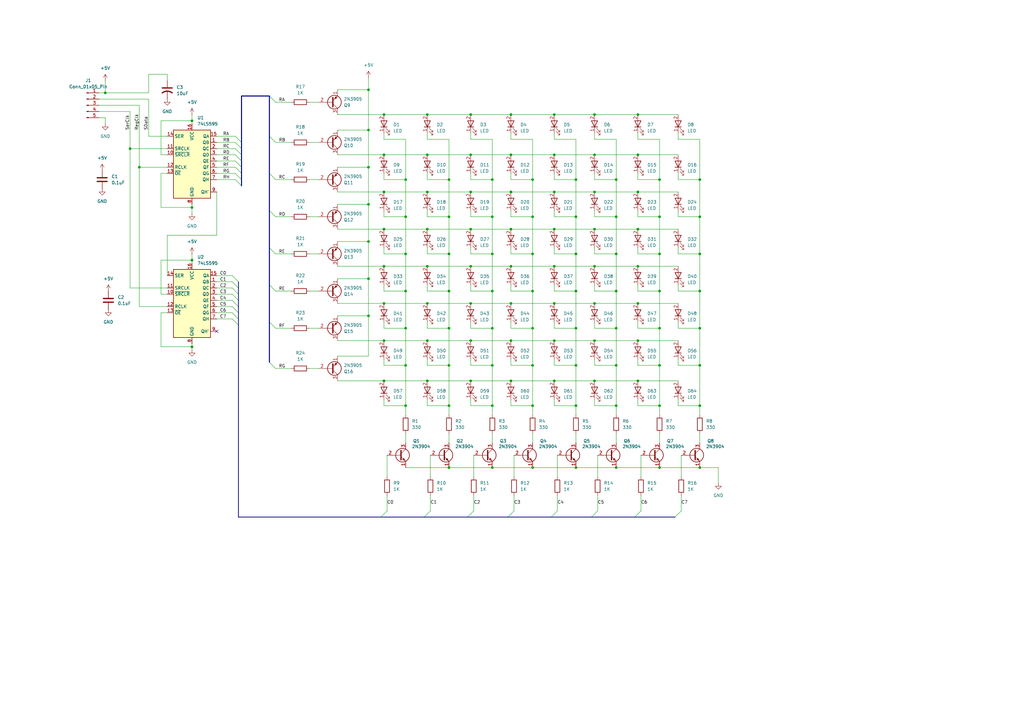
<source format=kicad_sch>
(kicad_sch (version 20250114) (generator "eeschema") (generator_version "9.0")
  (paper "A3")
  (junction (at 236.22 119.38))
  (junction (at 175.26 46.99))
  (junction (at 193.04 46.99))
  (junction (at 236.22 104.14))
  (junction (at 236.22 134.62))
  (junction (at 157.48 78.74))
  (junction (at 175.26 78.74))
  (junction (at 209.55 156.21))
  (junction (at 157.48 93.98))
  (junction (at 175.26 139.7))
  (junction (at 236.22 88.9))
  (junction (at 252.73 191.77))
  (junction (at 151.13 99.06))
  (junction (at 243.84 124.46))
  (junction (at 57.15 68.58))
  (junction (at 201.93 104.14))
  (junction (at 243.84 109.22))
  (junction (at 151.13 36.83))
  (junction (at 261.62 78.74))
  (junction (at 157.48 63.5))
  (junction (at 43.18 38.1))
  (junction (at 270.51 104.14))
  (junction (at 287.02 73.66))
  (junction (at 201.93 119.38))
  (junction (at 287.02 134.62))
  (junction (at 166.37 88.9))
  (junction (at 270.51 149.86))
  (junction (at 193.04 63.5))
  (junction (at 252.73 88.9))
  (junction (at 218.44 104.14))
  (junction (at 261.62 93.98))
  (junction (at 270.51 88.9))
  (junction (at 151.13 114.3))
  (junction (at 151.13 83.82))
  (junction (at 209.55 63.5))
  (junction (at 209.55 93.98))
  (junction (at 184.15 134.62))
  (junction (at 218.44 134.62))
  (junction (at 236.22 166.37))
  (junction (at 157.48 46.99))
  (junction (at 201.93 73.66))
  (junction (at 287.02 119.38))
  (junction (at 218.44 149.86))
  (junction (at 227.33 63.5))
  (junction (at 252.73 104.14))
  (junction (at 227.33 78.74))
  (junction (at 227.33 109.22))
  (junction (at 175.26 124.46))
  (junction (at 209.55 78.74))
  (junction (at 175.26 156.21))
  (junction (at 243.84 46.99))
  (junction (at 184.15 166.37))
  (junction (at 236.22 73.66))
  (junction (at 252.73 166.37))
  (junction (at 157.48 109.22))
  (junction (at 78.74 85.09))
  (junction (at 227.33 93.98))
  (junction (at 261.62 46.99))
  (junction (at 166.37 166.37))
  (junction (at 209.55 109.22))
  (junction (at 287.02 149.86))
  (junction (at 252.73 73.66))
  (junction (at 261.62 63.5))
  (junction (at 287.02 104.14))
  (junction (at 252.73 119.38))
  (junction (at 184.15 149.86))
  (junction (at 157.48 156.21))
  (junction (at 166.37 119.38))
  (junction (at 287.02 166.37))
  (junction (at 166.37 73.66))
  (junction (at 166.37 134.62))
  (junction (at 243.84 156.21))
  (junction (at 243.84 93.98))
  (junction (at 193.04 139.7))
  (junction (at 78.74 49.53))
  (junction (at 261.62 156.21))
  (junction (at 166.37 149.86))
  (junction (at 236.22 191.77))
  (junction (at 261.62 139.7))
  (junction (at 287.02 88.9))
  (junction (at 193.04 93.98))
  (junction (at 151.13 129.54))
  (junction (at 261.62 109.22))
  (junction (at 243.84 78.74))
  (junction (at 53.34 60.96))
  (junction (at 201.93 88.9))
  (junction (at 193.04 109.22))
  (junction (at 218.44 191.77))
  (junction (at 243.84 63.5))
  (junction (at 184.15 88.9))
  (junction (at 252.73 149.86))
  (junction (at 201.93 166.37))
  (junction (at 252.73 134.62))
  (junction (at 270.51 119.38))
  (junction (at 218.44 166.37))
  (junction (at 209.55 124.46))
  (junction (at 287.02 191.77))
  (junction (at 261.62 124.46))
  (junction (at 270.51 73.66))
  (junction (at 184.15 73.66))
  (junction (at 151.13 53.34))
  (junction (at 236.22 149.86))
  (junction (at 227.33 46.99))
  (junction (at 270.51 166.37))
  (junction (at 270.51 134.62))
  (junction (at 184.15 119.38))
  (junction (at 227.33 156.21))
  (junction (at 184.15 104.14))
  (junction (at 193.04 156.21))
  (junction (at 201.93 134.62))
  (junction (at 184.15 191.77))
  (junction (at 157.48 139.7))
  (junction (at 78.74 142.24))
  (junction (at 201.93 191.77))
  (junction (at 78.74 106.68))
  (junction (at 209.55 46.99))
  (junction (at 218.44 88.9))
  (junction (at 270.51 191.77))
  (junction (at 193.04 78.74))
  (junction (at 157.48 124.46))
  (junction (at 243.84 139.7))
  (junction (at 218.44 73.66))
  (junction (at 209.55 139.7))
  (junction (at 201.93 149.86))
  (junction (at 175.26 109.22))
  (junction (at 175.26 63.5))
  (junction (at 151.13 68.58))
  (junction (at 193.04 124.46))
  (junction (at 227.33 124.46))
  (junction (at 166.37 104.14))
  (junction (at 175.26 93.98))
  (junction (at 227.33 139.7))
  (junction (at 218.44 119.38))
  (no_connect (at 88.9 135.89))
  (bus_entry (at 95.25 123.19) (size 2.54 2.54))
  (bus_entry (at 96.52 71.12) (size 2.54 2.54))
  (bus_entry (at 96.52 55.88) (size 2.54 2.54))
  (bus_entry (at 156.21 212.09) (size 2.54 -2.54))
  (bus_entry (at 96.52 58.42) (size 2.54 2.54))
  (bus_entry (at 96.52 66.04) (size 2.54 2.54))
  (bus_entry (at 95.25 113.03) (size 2.54 2.54))
  (bus_entry (at 95.25 125.73) (size 2.54 2.54))
  (bus_entry (at 96.52 73.66) (size 2.54 2.54))
  (bus_entry (at 194.31 209.55) (size -2.54 2.54))
  (bus_entry (at 96.52 63.5) (size 2.54 2.54))
  (bus_entry (at 95.25 128.27) (size 2.54 2.54))
  (bus_entry (at 96.52 68.58) (size 2.54 2.54))
  (bus_entry (at 110.49 86.36) (size 2.54 2.54))
  (bus_entry (at 245.11 209.55) (size -2.54 2.54))
  (bus_entry (at 95.25 118.11) (size 2.54 2.54))
  (bus_entry (at 110.49 148.59) (size 2.54 2.54))
  (bus_entry (at 279.4 209.55) (size -2.54 2.54))
  (bus_entry (at 110.49 55.88) (size 2.54 2.54))
  (bus_entry (at 96.52 60.96) (size 2.54 2.54))
  (bus_entry (at 95.25 120.65) (size 2.54 2.54))
  (bus_entry (at 262.89 209.55) (size -2.54 2.54))
  (bus_entry (at 228.6 209.55) (size -2.54 2.54))
  (bus_entry (at 176.53 209.55) (size -2.54 2.54))
  (bus_entry (at 95.25 130.81) (size 2.54 2.54))
  (bus_entry (at 210.82 209.55) (size -2.54 2.54))
  (bus_entry (at 110.49 116.84) (size 2.54 2.54))
  (bus_entry (at 95.25 115.57) (size 2.54 2.54))
  (bus_entry (at 110.49 101.6) (size 2.54 2.54))
  (bus_entry (at 110.49 71.12) (size 2.54 2.54))
  (bus_entry (at 110.49 132.08) (size 2.54 2.54))
  (bus_entry (at 110.49 39.37) (size 2.54 2.54))
  (wire (pts (xy 243.84 149.86) (xy 252.73 149.86)))
  (wire (pts (xy 166.37 177.8) (xy 166.37 181.61)))
  (wire (pts (xy 193.04 109.22) (xy 209.55 109.22)))
  (wire (pts (xy 88.9 66.04) (xy 96.52 66.04)))
  (wire (pts (xy 157.48 149.86) (xy 166.37 149.86)))
  (wire (pts (xy 151.13 146.05) (xy 138.43 146.05)))
  (bus (pts (xy 208.28 212.09) (xy 191.77 212.09)))
  (wire (pts (xy 193.04 139.7) (xy 209.55 139.7)))
  (bus (pts (xy 110.49 116.84) (xy 110.49 101.6)) (stroke (width 0.4064)))
  (wire (pts (xy 60.96 38.1) (xy 60.96 30.48)))
  (bus (pts (xy 99.06 63.5) (xy 99.06 66.04)) (stroke (width 0.4064)))
  (wire (pts (xy 209.55 116.84) (xy 209.55 119.38)))
  (wire (pts (xy 270.51 191.77) (xy 287.02 191.77)))
  (wire (pts (xy 151.13 129.54) (xy 151.13 146.05)))
  (wire (pts (xy 175.26 88.9) (xy 184.15 88.9)))
  (wire (pts (xy 138.43 114.3) (xy 151.13 114.3)))
  (wire (pts (xy 210.82 186.69) (xy 210.82 195.58)))
  (wire (pts (xy 157.48 71.12) (xy 157.48 73.66)))
  (bus (pts (xy 242.57 212.09) (xy 226.06 212.09)))
  (wire (pts (xy 227.33 116.84) (xy 227.33 119.38)))
  (wire (pts (xy 236.22 166.37) (xy 236.22 170.18)))
  (wire (pts (xy 227.33 132.08) (xy 227.33 134.62)))
  (wire (pts (xy 193.04 166.37) (xy 201.93 166.37)))
  (wire (pts (xy 127 73.66) (xy 130.81 73.66)))
  (wire (pts (xy 236.22 119.38) (xy 236.22 134.62)))
  (wire (pts (xy 210.82 203.2) (xy 210.82 209.55)))
  (wire (pts (xy 209.55 163.83) (xy 209.55 166.37)))
  (bus (pts (xy 97.79 115.57) (xy 97.79 118.11)))
  (wire (pts (xy 88.9 60.96) (xy 96.52 60.96)))
  (wire (pts (xy 193.04 71.12) (xy 193.04 73.66)))
  (wire (pts (xy 218.44 104.14) (xy 218.44 119.38)))
  (wire (pts (xy 66.04 106.68) (xy 78.74 106.68)))
  (wire (pts (xy 243.84 132.08) (xy 243.84 134.62)))
  (wire (pts (xy 201.93 191.77) (xy 218.44 191.77)))
  (wire (pts (xy 68.58 30.48) (xy 68.58 33.02)))
  (wire (pts (xy 243.84 46.99) (xy 261.62 46.99)))
  (wire (pts (xy 209.55 132.08) (xy 209.55 134.62)))
  (wire (pts (xy 201.93 88.9) (xy 201.93 104.14)))
  (wire (pts (xy 57.15 125.73) (xy 57.15 68.58)))
  (wire (pts (xy 261.62 109.22) (xy 278.13 109.22)))
  (wire (pts (xy 243.84 104.14) (xy 252.73 104.14)))
  (wire (pts (xy 175.26 78.74) (xy 193.04 78.74)))
  (wire (pts (xy 278.13 86.36) (xy 278.13 88.9)))
  (wire (pts (xy 209.55 88.9) (xy 218.44 88.9)))
  (wire (pts (xy 66.04 120.65) (xy 68.58 120.65)))
  (wire (pts (xy 252.73 88.9) (xy 252.73 104.14)))
  (wire (pts (xy 270.51 119.38) (xy 270.51 134.62)))
  (wire (pts (xy 227.33 109.22) (xy 243.84 109.22)))
  (wire (pts (xy 43.18 48.26) (xy 43.18 50.8)))
  (wire (pts (xy 175.26 156.21) (xy 193.04 156.21)))
  (wire (pts (xy 175.26 134.62) (xy 184.15 134.62)))
  (wire (pts (xy 157.48 134.62) (xy 166.37 134.62)))
  (wire (pts (xy 78.74 46.99) (xy 78.74 49.53)))
  (wire (pts (xy 227.33 57.15) (xy 236.22 57.15)))
  (wire (pts (xy 157.48 156.21) (xy 175.26 156.21)))
  (wire (pts (xy 287.02 104.14) (xy 287.02 119.38)))
  (wire (pts (xy 227.33 63.5) (xy 243.84 63.5)))
  (wire (pts (xy 227.33 71.12) (xy 227.33 73.66)))
  (wire (pts (xy 209.55 101.6) (xy 209.55 104.14)))
  (wire (pts (xy 243.84 57.15) (xy 252.73 57.15)))
  (wire (pts (xy 228.6 186.69) (xy 228.6 195.58)))
  (bus (pts (xy 99.06 71.12) (xy 99.06 73.66)) (stroke (width 0.4064)))
  (wire (pts (xy 201.93 57.15) (xy 201.93 73.66)))
  (wire (pts (xy 227.33 78.74) (xy 243.84 78.74)))
  (wire (pts (xy 175.26 86.36) (xy 175.26 88.9)))
  (wire (pts (xy 201.93 149.86) (xy 201.93 166.37)))
  (wire (pts (xy 157.48 57.15) (xy 166.37 57.15)))
  (wire (pts (xy 193.04 156.21) (xy 209.55 156.21)))
  (wire (pts (xy 261.62 149.86) (xy 270.51 149.86)))
  (wire (pts (xy 175.26 147.32) (xy 175.26 149.86)))
  (wire (pts (xy 261.62 93.98) (xy 278.13 93.98)))
  (bus (pts (xy 110.49 39.37) (xy 99.06 39.37)) (stroke (width 0.4064)))
  (bus (pts (xy 99.06 60.96) (xy 99.06 63.5)) (stroke (width 0.4064)))
  (wire (pts (xy 227.33 149.86) (xy 236.22 149.86)))
  (wire (pts (xy 138.43 99.06) (xy 151.13 99.06)))
  (bus (pts (xy 97.79 128.27) (xy 97.79 130.81)))
  (wire (pts (xy 194.31 186.69) (xy 194.31 195.58)))
  (wire (pts (xy 175.26 73.66) (xy 184.15 73.66)))
  (wire (pts (xy 175.26 132.08) (xy 175.26 134.62)))
  (wire (pts (xy 261.62 104.14) (xy 270.51 104.14)))
  (wire (pts (xy 151.13 99.06) (xy 151.13 114.3)))
  (wire (pts (xy 261.62 63.5) (xy 278.13 63.5)))
  (wire (pts (xy 184.15 134.62) (xy 184.15 149.86)))
  (bus (pts (xy 191.77 212.09) (xy 173.99 212.09)))
  (wire (pts (xy 262.89 186.69) (xy 262.89 195.58)))
  (wire (pts (xy 53.34 60.96) (xy 68.58 60.96)))
  (wire (pts (xy 243.84 73.66) (xy 252.73 73.66)))
  (wire (pts (xy 209.55 156.21) (xy 227.33 156.21)))
  (wire (pts (xy 261.62 166.37) (xy 270.51 166.37)))
  (wire (pts (xy 245.11 186.69) (xy 245.11 195.58)))
  (wire (pts (xy 209.55 109.22) (xy 227.33 109.22)))
  (wire (pts (xy 243.84 63.5) (xy 261.62 63.5)))
  (wire (pts (xy 88.9 58.42) (xy 96.52 58.42)))
  (wire (pts (xy 278.13 147.32) (xy 278.13 149.86)))
  (bus (pts (xy 226.06 212.09) (xy 208.28 212.09)))
  (bus (pts (xy 97.79 123.19) (xy 97.79 125.73)))
  (wire (pts (xy 261.62 46.99) (xy 278.13 46.99)))
  (wire (pts (xy 278.13 54.61) (xy 278.13 57.15)))
  (wire (pts (xy 127 151.13) (xy 130.81 151.13)))
  (wire (pts (xy 157.48 78.74) (xy 175.26 78.74)))
  (wire (pts (xy 209.55 63.5) (xy 227.33 63.5)))
  (wire (pts (xy 245.11 203.2) (xy 245.11 209.55)))
  (wire (pts (xy 209.55 149.86) (xy 218.44 149.86)))
  (wire (pts (xy 193.04 73.66) (xy 201.93 73.66)))
  (wire (pts (xy 113.03 73.66) (xy 119.38 73.66)))
  (wire (pts (xy 261.62 57.15) (xy 270.51 57.15)))
  (wire (pts (xy 166.37 134.62) (xy 166.37 149.86)))
  (wire (pts (xy 261.62 139.7) (xy 278.13 139.7)))
  (wire (pts (xy 218.44 177.8) (xy 218.44 181.61)))
  (wire (pts (xy 201.93 177.8) (xy 201.93 181.61)))
  (wire (pts (xy 261.62 54.61) (xy 261.62 57.15)))
  (wire (pts (xy 193.04 116.84) (xy 193.04 119.38)))
  (wire (pts (xy 193.04 46.99) (xy 209.55 46.99)))
  (wire (pts (xy 278.13 57.15) (xy 287.02 57.15)))
  (wire (pts (xy 78.74 106.68) (xy 78.74 107.95)))
  (wire (pts (xy 227.33 86.36) (xy 227.33 88.9)))
  (wire (pts (xy 157.48 101.6) (xy 157.48 104.14)))
  (wire (pts (xy 40.64 43.18) (xy 57.15 43.18)))
  (wire (pts (xy 243.84 163.83) (xy 243.84 166.37)))
  (wire (pts (xy 88.9 123.19) (xy 95.25 123.19)))
  (wire (pts (xy 113.03 41.91) (xy 119.38 41.91)))
  (bus (pts (xy 156.21 212.09) (xy 97.79 212.09)))
  (wire (pts (xy 184.15 73.66) (xy 184.15 88.9)))
  (wire (pts (xy 209.55 46.99) (xy 227.33 46.99)))
  (wire (pts (xy 227.33 124.46) (xy 243.84 124.46)))
  (wire (pts (xy 138.43 124.46) (xy 157.48 124.46)))
  (bus (pts (xy 97.79 133.35) (xy 97.79 212.09)))
  (bus (pts (xy 110.49 86.36) (xy 110.49 71.12)) (stroke (width 0.4064)))
  (wire (pts (xy 218.44 134.62) (xy 218.44 149.86)))
  (wire (pts (xy 227.33 93.98) (xy 243.84 93.98)))
  (wire (pts (xy 201.93 134.62) (xy 201.93 149.86)))
  (wire (pts (xy 270.51 166.37) (xy 270.51 170.18)))
  (wire (pts (xy 243.84 93.98) (xy 261.62 93.98)))
  (wire (pts (xy 175.26 109.22) (xy 193.04 109.22)))
  (wire (pts (xy 151.13 114.3) (xy 151.13 129.54)))
  (wire (pts (xy 113.03 88.9) (xy 119.38 88.9)))
  (wire (pts (xy 193.04 63.5) (xy 209.55 63.5)))
  (wire (pts (xy 261.62 71.12) (xy 261.62 73.66)))
  (wire (pts (xy 88.9 55.88) (xy 96.52 55.88)))
  (wire (pts (xy 193.04 119.38) (xy 201.93 119.38)))
  (wire (pts (xy 278.13 71.12) (xy 278.13 73.66)))
  (wire (pts (xy 40.64 48.26) (xy 43.18 48.26)))
  (wire (pts (xy 157.48 104.14) (xy 166.37 104.14)))
  (wire (pts (xy 261.62 88.9) (xy 270.51 88.9)))
  (wire (pts (xy 252.73 119.38) (xy 252.73 134.62)))
  (wire (pts (xy 66.04 120.65) (xy 66.04 106.68)))
  (wire (pts (xy 193.04 88.9) (xy 201.93 88.9)))
  (wire (pts (xy 88.9 63.5) (xy 96.52 63.5)))
  (wire (pts (xy 53.34 118.11) (xy 53.34 60.96)))
  (wire (pts (xy 243.84 71.12) (xy 243.84 73.66)))
  (wire (pts (xy 261.62 116.84) (xy 261.62 119.38)))
  (wire (pts (xy 218.44 191.77) (xy 236.22 191.77)))
  (wire (pts (xy 287.02 88.9) (xy 287.02 104.14)))
  (wire (pts (xy 236.22 57.15) (xy 236.22 73.66)))
  (wire (pts (xy 113.03 58.42) (xy 119.38 58.42)))
  (wire (pts (xy 279.4 203.2) (xy 279.4 209.55)))
  (wire (pts (xy 261.62 73.66) (xy 270.51 73.66)))
  (wire (pts (xy 78.74 85.09) (xy 78.74 87.63)))
  (wire (pts (xy 227.33 54.61) (xy 227.33 57.15)))
  (wire (pts (xy 236.22 191.77) (xy 252.73 191.77)))
  (wire (pts (xy 53.34 45.72) (xy 40.64 45.72)))
  (wire (pts (xy 157.48 166.37) (xy 166.37 166.37)))
  (wire (pts (xy 175.26 149.86) (xy 184.15 149.86)))
  (wire (pts (xy 227.33 104.14) (xy 236.22 104.14)))
  (bus (pts (xy 99.06 66.04) (xy 99.06 68.58)) (stroke (width 0.4064)))
  (wire (pts (xy 157.48 88.9) (xy 166.37 88.9)))
  (wire (pts (xy 184.15 191.77) (xy 201.93 191.77)))
  (wire (pts (xy 236.22 134.62) (xy 236.22 149.86)))
  (wire (pts (xy 68.58 55.88) (xy 60.96 55.88)))
  (wire (pts (xy 243.84 139.7) (xy 261.62 139.7)))
  (wire (pts (xy 157.48 109.22) (xy 175.26 109.22)))
  (wire (pts (xy 236.22 88.9) (xy 236.22 104.14)))
  (wire (pts (xy 113.03 104.14) (xy 119.38 104.14)))
  (wire (pts (xy 278.13 132.08) (xy 278.13 134.62)))
  (bus (pts (xy 99.06 73.66) (xy 99.06 76.2)) (stroke (width 0.4064)))
  (wire (pts (xy 151.13 68.58) (xy 151.13 83.82)))
  (wire (pts (xy 193.04 57.15) (xy 201.93 57.15)))
  (wire (pts (xy 53.34 118.11) (xy 68.58 118.11)))
  (wire (pts (xy 175.26 101.6) (xy 175.26 104.14)))
  (wire (pts (xy 138.43 53.34) (xy 151.13 53.34)))
  (wire (pts (xy 157.48 139.7) (xy 175.26 139.7)))
  (wire (pts (xy 184.15 57.15) (xy 184.15 73.66)))
  (wire (pts (xy 209.55 54.61) (xy 209.55 57.15)))
  (wire (pts (xy 218.44 119.38) (xy 218.44 134.62)))
  (wire (pts (xy 113.03 151.13) (xy 119.38 151.13)))
  (wire (pts (xy 236.22 104.14) (xy 236.22 119.38)))
  (wire (pts (xy 243.84 134.62) (xy 252.73 134.62)))
  (wire (pts (xy 287.02 57.15) (xy 287.02 73.66)))
  (wire (pts (xy 66.04 142.24) (xy 78.74 142.24)))
  (wire (pts (xy 175.26 116.84) (xy 175.26 119.38)))
  (wire (pts (xy 261.62 124.46) (xy 278.13 124.46)))
  (bus (pts (xy 97.79 120.65) (xy 97.79 123.19)))
  (wire (pts (xy 176.53 203.2) (xy 176.53 209.55)))
  (wire (pts (xy 175.26 63.5) (xy 193.04 63.5)))
  (wire (pts (xy 270.51 177.8) (xy 270.51 181.61)))
  (wire (pts (xy 158.75 186.69) (xy 158.75 195.58)))
  (wire (pts (xy 157.48 63.5) (xy 175.26 63.5)))
  (wire (pts (xy 287.02 177.8) (xy 287.02 181.61)))
  (wire (pts (xy 278.13 116.84) (xy 278.13 119.38)))
  (wire (pts (xy 287.02 73.66) (xy 287.02 88.9)))
  (wire (pts (xy 88.9 128.27) (xy 95.25 128.27)))
  (wire (pts (xy 261.62 101.6) (xy 261.62 104.14)))
  (wire (pts (xy 68.58 96.52) (xy 88.9 96.52)))
  (wire (pts (xy 287.02 149.86) (xy 287.02 166.37)))
  (wire (pts (xy 175.26 71.12) (xy 175.26 73.66)))
  (wire (pts (xy 243.84 78.74) (xy 261.62 78.74)))
  (wire (pts (xy 252.73 134.62) (xy 252.73 149.86)))
  (wire (pts (xy 184.15 119.38) (xy 184.15 134.62)))
  (wire (pts (xy 278.13 166.37) (xy 287.02 166.37)))
  (wire (pts (xy 175.26 124.46) (xy 193.04 124.46)))
  (wire (pts (xy 175.26 166.37) (xy 184.15 166.37)))
  (wire (pts (xy 158.75 203.2) (xy 158.75 209.55)))
  (wire (pts (xy 261.62 134.62) (xy 270.51 134.62)))
  (wire (pts (xy 138.43 78.74) (xy 157.48 78.74)))
  (wire (pts (xy 127 119.38) (xy 130.81 119.38)))
  (wire (pts (xy 209.55 93.98) (xy 227.33 93.98)))
  (wire (pts (xy 157.48 54.61) (xy 157.48 57.15)))
  (wire (pts (xy 218.44 149.86) (xy 218.44 166.37)))
  (wire (pts (xy 88.9 115.57) (xy 95.25 115.57)))
  (wire (pts (xy 193.04 147.32) (xy 193.04 149.86)))
  (wire (pts (xy 138.43 36.83) (xy 151.13 36.83)))
  (bus (pts (xy 110.49 71.12) (xy 110.49 55.88)) (stroke (width 0.4064)))
  (wire (pts (xy 279.4 186.69) (xy 279.4 195.58)))
  (wire (pts (xy 138.43 109.22) (xy 157.48 109.22)))
  (wire (pts (xy 261.62 119.38) (xy 270.51 119.38)))
  (wire (pts (xy 88.9 73.66) (xy 96.52 73.66)))
  (wire (pts (xy 209.55 139.7) (xy 227.33 139.7)))
  (wire (pts (xy 88.9 78.74) (xy 88.9 96.52)))
  (wire (pts (xy 176.53 186.69) (xy 176.53 195.58)))
  (bus (pts (xy 173.99 212.09) (xy 156.21 212.09)))
  (wire (pts (xy 66.04 49.53) (xy 78.74 49.53)))
  (wire (pts (xy 127 58.42) (xy 130.81 58.42)))
  (wire (pts (xy 227.33 101.6) (xy 227.33 104.14)))
  (wire (pts (xy 157.48 86.36) (xy 157.48 88.9)))
  (wire (pts (xy 66.04 63.5) (xy 68.58 63.5)))
  (wire (pts (xy 227.33 163.83) (xy 227.33 166.37)))
  (wire (pts (xy 157.48 124.46) (xy 175.26 124.46)))
  (wire (pts (xy 252.73 191.77) (xy 270.51 191.77)))
  (wire (pts (xy 175.26 54.61) (xy 175.26 57.15)))
  (wire (pts (xy 166.37 73.66) (xy 166.37 88.9)))
  (wire (pts (xy 227.33 147.32) (xy 227.33 149.86)))
  (wire (pts (xy 209.55 166.37) (xy 218.44 166.37)))
  (wire (pts (xy 157.48 132.08) (xy 157.48 134.62)))
  (wire (pts (xy 278.13 149.86) (xy 287.02 149.86)))
  (wire (pts (xy 88.9 120.65) (xy 95.25 120.65)))
  (wire (pts (xy 57.15 43.18) (xy 57.15 68.58)))
  (wire (pts (xy 270.51 88.9) (xy 270.51 104.14)))
  (wire (pts (xy 66.04 128.27) (xy 68.58 128.27)))
  (wire (pts (xy 243.84 156.21) (xy 261.62 156.21)))
  (wire (pts (xy 60.96 40.64) (xy 60.96 55.88)))
  (wire (pts (xy 252.73 177.8) (xy 252.73 181.61)))
  (wire (pts (xy 287.02 119.38) (xy 287.02 134.62)))
  (bus (pts (xy 110.49 55.88) (xy 110.49 39.37)) (stroke (width 0.4064)))
  (bus (pts (xy 97.79 130.81) (xy 97.79 133.35)))
  (wire (pts (xy 227.33 73.66) (xy 236.22 73.66)))
  (wire (pts (xy 166.37 88.9) (xy 166.37 104.14)))
  (wire (pts (xy 138.43 156.21) (xy 157.48 156.21)))
  (wire (pts (xy 166.37 119.38) (xy 166.37 134.62)))
  (wire (pts (xy 138.43 46.99) (xy 157.48 46.99)))
  (wire (pts (xy 40.64 38.1) (xy 43.18 38.1)))
  (wire (pts (xy 78.74 142.24) (xy 78.74 143.51)))
  (wire (pts (xy 193.04 124.46) (xy 209.55 124.46)))
  (wire (pts (xy 261.62 156.21) (xy 278.13 156.21)))
  (wire (pts (xy 184.15 88.9) (xy 184.15 104.14)))
  (wire (pts (xy 53.34 60.96) (xy 53.34 45.72)))
  (wire (pts (xy 209.55 104.14) (xy 218.44 104.14)))
  (wire (pts (xy 127 104.14) (xy 130.81 104.14)))
  (wire (pts (xy 209.55 134.62) (xy 218.44 134.62)))
  (bus (pts (xy 260.35 212.09) (xy 242.57 212.09)))
  (wire (pts (xy 175.26 104.14) (xy 184.15 104.14)))
  (bus (pts (xy 110.49 101.6) (xy 110.49 86.36)) (stroke (width 0.4064)))
  (wire (pts (xy 218.44 73.66) (xy 218.44 88.9)))
  (wire (pts (xy 243.84 119.38) (xy 252.73 119.38)))
  (wire (pts (xy 138.43 129.54) (xy 151.13 129.54)))
  (wire (pts (xy 218.44 166.37) (xy 218.44 170.18)))
  (wire (pts (xy 278.13 104.14) (xy 287.02 104.14)))
  (wire (pts (xy 68.58 113.03) (xy 68.58 96.52)))
  (wire (pts (xy 88.9 125.73) (xy 95.25 125.73)))
  (wire (pts (xy 209.55 57.15) (xy 218.44 57.15)))
  (wire (pts (xy 236.22 177.8) (xy 236.22 181.61)))
  (wire (pts (xy 227.33 134.62) (xy 236.22 134.62)))
  (wire (pts (xy 209.55 124.46) (xy 227.33 124.46)))
  (wire (pts (xy 66.04 128.27) (xy 66.04 142.24)))
  (wire (pts (xy 193.04 54.61) (xy 193.04 57.15)))
  (bus (pts (xy 110.49 148.59) (xy 110.49 132.08)) (stroke (width 0.4064)))
  (wire (pts (xy 78.74 49.53) (xy 78.74 50.8)))
  (wire (pts (xy 66.04 71.12) (xy 66.04 85.09)))
  (wire (pts (xy 66.04 63.5) (xy 66.04 49.53)))
  (wire (pts (xy 166.37 191.77) (xy 184.15 191.77)))
  (wire (pts (xy 243.84 109.22) (xy 261.62 109.22)))
  (wire (pts (xy 40.64 40.64) (xy 60.96 40.64)))
  (wire (pts (xy 88.9 118.11) (xy 95.25 118.11)))
  (wire (pts (xy 209.55 73.66) (xy 218.44 73.66)))
  (wire (pts (xy 209.55 71.12) (xy 209.55 73.66)))
  (wire (pts (xy 166.37 149.86) (xy 166.37 166.37)))
  (wire (pts (xy 157.48 147.32) (xy 157.48 149.86)))
  (wire (pts (xy 236.22 149.86) (xy 236.22 166.37)))
  (wire (pts (xy 175.26 139.7) (xy 193.04 139.7)))
  (wire (pts (xy 113.03 134.62) (xy 119.38 134.62)))
  (wire (pts (xy 227.33 88.9) (xy 236.22 88.9)))
  (wire (pts (xy 78.74 104.14) (xy 78.74 106.68)))
  (wire (pts (xy 252.73 166.37) (xy 252.73 170.18)))
  (wire (pts (xy 68.58 125.73) (xy 57.15 125.73)))
  (wire (pts (xy 88.9 71.12) (xy 96.52 71.12)))
  (bus (pts (xy 276.86 212.09) (xy 260.35 212.09)))
  (wire (pts (xy 252.73 57.15) (xy 252.73 73.66)))
  (wire (pts (xy 227.33 166.37) (xy 236.22 166.37)))
  (bus (pts (xy 99.06 39.37) (xy 99.06 58.42)) (stroke (width 0.4064)))
  (wire (pts (xy 209.55 78.74) (xy 227.33 78.74)))
  (wire (pts (xy 209.55 119.38) (xy 218.44 119.38)))
  (wire (pts (xy 252.73 73.66) (xy 252.73 88.9)))
  (wire (pts (xy 127 134.62) (xy 130.81 134.62)))
  (wire (pts (xy 287.02 191.77) (xy 294.64 191.77)))
  (wire (pts (xy 252.73 104.14) (xy 252.73 119.38)))
  (wire (pts (xy 287.02 134.62) (xy 287.02 149.86)))
  (wire (pts (xy 270.51 73.66) (xy 270.51 88.9)))
  (wire (pts (xy 287.02 166.37) (xy 287.02 170.18)))
  (wire (pts (xy 151.13 31.75) (xy 151.13 36.83)))
  (wire (pts (xy 278.13 119.38) (xy 287.02 119.38)))
  (wire (pts (xy 270.51 149.86) (xy 270.51 166.37)))
  (wire (pts (xy 127 41.91) (xy 130.81 41.91)))
  (wire (pts (xy 66.04 85.09) (xy 78.74 85.09)))
  (wire (pts (xy 270.51 104.14) (xy 270.51 119.38)))
  (wire (pts (xy 175.26 119.38) (xy 184.15 119.38)))
  (wire (pts (xy 227.33 139.7) (xy 243.84 139.7)))
  (wire (pts (xy 261.62 132.08) (xy 261.62 134.62)))
  (wire (pts (xy 243.84 124.46) (xy 261.62 124.46)))
  (wire (pts (xy 78.74 140.97) (xy 78.74 142.24)))
  (wire (pts (xy 262.89 203.2) (xy 262.89 209.55)))
  (wire (pts (xy 243.84 86.36) (xy 243.84 88.9)))
  (wire (pts (xy 261.62 86.36) (xy 261.62 88.9)))
  (wire (pts (xy 57.15 68.58) (xy 68.58 68.58)))
  (wire (pts (xy 43.18 38.1) (xy 60.96 38.1)))
  (wire (pts (xy 243.84 54.61) (xy 243.84 57.15)))
  (wire (pts (xy 78.74 83.82) (xy 78.74 85.09)))
  (bus (pts (xy 97.79 118.11) (xy 97.79 120.65)))
  (wire (pts (xy 278.13 163.83) (xy 278.13 166.37)))
  (wire (pts (xy 166.37 57.15) (xy 166.37 73.66)))
  (wire (pts (xy 184.15 104.14) (xy 184.15 119.38)))
  (wire (pts (xy 175.26 46.99) (xy 193.04 46.99)))
  (wire (pts (xy 175.26 163.83) (xy 175.26 166.37)))
  (wire (pts (xy 209.55 86.36) (xy 209.55 88.9)))
  (wire (pts (xy 243.84 88.9) (xy 252.73 88.9)))
  (bus (pts (xy 110.49 132.08) (xy 110.49 116.84)) (stroke (width 0.4064)))
  (wire (pts (xy 270.51 57.15) (xy 270.51 73.66)))
  (wire (pts (xy 157.48 116.84) (xy 157.48 119.38)))
  (wire (pts (xy 166.37 104.14) (xy 166.37 119.38)))
  (wire (pts (xy 193.04 104.14) (xy 201.93 104.14)))
  (wire (pts (xy 193.04 163.83) (xy 193.04 166.37)))
  (wire (pts (xy 261.62 78.74) (xy 278.13 78.74)))
  (wire (pts (xy 252.73 149.86) (xy 252.73 166.37)))
  (wire (pts (xy 88.9 113.03) (xy 95.25 113.03)))
  (wire (pts (xy 201.93 73.66) (xy 201.93 88.9)))
  (wire (pts (xy 175.26 93.98) (xy 193.04 93.98)))
  (wire (pts (xy 278.13 88.9) (xy 287.02 88.9)))
  (wire (pts (xy 209.55 147.32) (xy 209.55 149.86)))
  (wire (pts (xy 151.13 36.83) (xy 151.13 53.34)))
  (wire (pts (xy 166.37 166.37) (xy 166.37 170.18)))
  (wire (pts (xy 193.04 86.36) (xy 193.04 88.9)))
  (wire (pts (xy 218.44 88.9) (xy 218.44 104.14)))
  (wire (pts (xy 66.04 71.12) (xy 68.58 71.12)))
  (wire (pts (xy 243.84 101.6) (xy 243.84 104.14)))
  (wire (pts (xy 193.04 134.62) (xy 201.93 134.62)))
  (wire (pts (xy 278.13 101.6) (xy 278.13 104.14)))
  (wire (pts (xy 228.6 203.2) (xy 228.6 209.55)))
  (wire (pts (xy 157.48 163.83) (xy 157.48 166.37)))
  (bus (pts (xy 99.06 58.42) (xy 99.06 60.96)) (stroke (width 0.4064)))
  (wire (pts (xy 201.93 166.37) (xy 201.93 170.18)))
  (wire (pts (xy 294.64 191.77) (xy 294.64 198.12)))
  (wire (pts (xy 261.62 147.32) (xy 261.62 149.86)))
  (wire (pts (xy 193.04 93.98) (xy 209.55 93.98)))
  (wire (pts (xy 218.44 57.15) (xy 218.44 73.66)))
  (wire (pts (xy 243.84 116.84) (xy 243.84 119.38)))
  (wire (pts (xy 138.43 63.5) (xy 157.48 63.5)))
  (wire (pts (xy 193.04 78.74) (xy 209.55 78.74)))
  (wire (pts (xy 184.15 166.37) (xy 184.15 170.18)))
  (wire (pts (xy 227.33 119.38) (xy 236.22 119.38)))
  (wire (pts (xy 157.48 119.38) (xy 166.37 119.38)))
  (wire (pts (xy 157.48 46.99) (xy 175.26 46.99)))
  (wire (pts (xy 88.9 130.81) (xy 95.25 130.81)))
  (wire (pts (xy 278.13 134.62) (xy 287.02 134.62)))
  (wire (pts (xy 157.48 73.66) (xy 166.37 73.66)))
  (wire (pts (xy 138.43 83.82) (xy 151.13 83.82)))
  (wire (pts (xy 138.43 68.58) (xy 151.13 68.58)))
  (wire (pts (xy 151.13 53.34) (xy 151.13 68.58)))
  (wire (pts (xy 270.51 134.62) (xy 270.51 149.86)))
  (wire (pts (xy 88.9 68.58) (xy 96.52 68.58)))
  (wire (pts (xy 43.18 38.1) (xy 43.18 33.02)))
  (bus (pts (xy 97.79 125.73) (xy 97.79 128.27)))
  (wire (pts (xy 227.33 46.99) (xy 243.84 46.99)))
  (wire (pts (xy 60.96 30.48) (xy 68.58 30.48)))
  (wire (pts (xy 175.26 57.15) (xy 184.15 57.15)))
  (wire (pts (xy 243.84 147.32) (xy 243.84 149.86)))
  (wire (pts (xy 194.31 203.2) (xy 194.31 209.55)))
  (wire (pts (xy 138.43 93.98) (xy 157.48 93.98)))
  (wire (pts (xy 113.03 119.38) (xy 119.38 119.38)))
  (wire (pts (xy 227.33 156.21) (xy 243.84 156.21)))
  (wire (pts (xy 193.04 101.6) (xy 193.04 104.14)))
  (wire (pts (xy 184.15 177.8) (xy 184.15 181.61)))
  (wire (pts (xy 201.93 119.38) (xy 201.93 134.62)))
  (wire (pts (xy 184.15 149.86) (xy 184.15 166.37)))
  (bus (pts (xy 99.06 68.58) (xy 99.06 71.12)) (stroke (width 0.4064)))
  (wire (pts (xy 127 88.9) (xy 130.81 88.9)))
  (wire (pts (xy 157.48 93.98) (xy 175.26 93.98)))
  (wire (pts (xy 193.04 132.08) (xy 193.04 134.62)))
  (wire (pts (xy 261.62 163.83) (xy 261.62 166.37)))
  (wire (pts (xy 138.43 139.7) (xy 157.48 139.7)))
  (wire (pts (xy 278.13 73.66) (xy 287.02 73.66)))
  (wire (pts (xy 151.13 83.82) (xy 151.13 99.06)))
  (wire (pts (xy 243.84 166.37) (xy 252.73 166.37)))
  (wire (pts (xy 236.22 73.66) (xy 236.22 88.9)))
  (wire (pts (xy 193.04 149.86) (xy 201.93 149.86)))
  (wire (pts (xy 201.93 104.14) (xy 201.93 119.38)))
  (label "RE" (at 114.3 104.14 0))
  (label "C3" (at 210.82 207.01 0))
  (label "C0" (at 90.17 113.03 0))
  (label "C6" (at 262.89 207.01 0))
  (label "C7" (at 279.4 207.01 0))
  (label "RD" (at 91.44 63.5 0))
  (label "C2" (at 194.31 207.01 0))
  (label "RF" (at 91.44 68.58 0))
  (label "C3" (at 90.17 120.65 0))
  (label "SerClk" (at 53.34 53.34 90))
  (label "RA" (at 114.3 41.91 0))
  (label "RH" (at 91.44 73.66 0))
  (label "RF" (at 114.3 134.62 0))
  (label "RB" (at 91.44 58.42 0))
  (label "RA" (at 91.44 55.88 0))
  (label "C5" (at 245.11 207.01 0))
  (label "C6" (at 90.17 128.27 0))
  (label "RE" (at 91.44 66.04 0))
  (label "C7" (at 90.17 130.81 0))
  (label "RG" (at 91.44 71.12 0))
  (label "RE" (at 114.3 119.38 0))
  (label "C1" (at 176.53 207.01 0))
  (label "C4" (at 228.6 207.01 0))
  (label "C1" (at 90.17 115.57 0))
  (label "C4" (at 90.17 123.19 0))
  (label "RG" (at 114.3 151.13 0))
  (label "C2" (at 90.17 118.11 0))
  (label "RD" (at 114.3 88.9 0))
  (label "RegClk" (at 57.15 53.34 90))
  (label "RC" (at 114.3 73.66 0))
  (label "C5" (at 90.17 125.73 0))
  (label "SData" (at 60.96 53.34 90))
  (label "RB" (at 114.3 58.42 0))
  (label "C0" (at 158.75 207.01 0))
  (label "RC" (at 91.44 60.96 0))
  (symbol (lib_id "Device:LED") (at 278.13 113.03 90) (unit 1)
    (property "Reference" "D40" (at 281.94 113.3474 90) (effects (justify right)))
    (property "Value" "LED" (at 281.94 115.8874 90) (effects (justify right)))
    (property "Footprint" "LED_THT:LED_D5.0mm" (effects (hide yes)))
    (property "Description" "Light emitting diode" (effects (hide yes)))
    (property "Sim.Pins" "1=K 2=A" (effects (hide yes)))
  )
  (symbol (lib_id "power:+5V") (at 78.74 104.14 0) (unit 1)
    (property "Reference" "#PWR04" (effects (hide yes)))
    (property "Value" "+5V" (at 78.74 99.06 0))
    (property "Description" "Power symbol creates a global label with name \"+5V\"" (effects (hide yes)))
  )
  (symbol (lib_id "Device:R") (at 194.31 199.39 0) (unit 1)
    (property "Reference" "R11" (at 196.85 198.1199 0) (effects (justify left)))
    (property "Value" "1K" (at 196.85 200.6599 0) (effects (justify left)))
    (property "Description" "Resistor" (effects (hide yes)))
  )
  (symbol (lib_id "Device:R") (at 123.19 41.91 90) (unit 1)
    (property "Reference" "R17" (at 123.19 35.56 90))
    (property "Value" "1K" (at 123.19 38.1 90))
    (property "Description" "Resistor" (effects (hide yes)))
  )
  (symbol (lib_id "Transistor_BJT:2N3904") (at 233.68 186.69 0) (unit 1)
    (property "Reference" "Q5" (at 239.268 180.848 0) (effects (justify left)))
    (property "Value" "2N3904" (at 238.76 183.134 0) (effects (justify left)))
    (property "Footprint" "Package_TO_SOT_THT:TO-92_Inline" (effects (hide yes)))
    (property "Datasheet" "https://www.onsemi.com/pub/Collateral/2N3903-D.PDF" (effects (hide yes)))
    (property "Description" "0.2A Ic, 40V Vce, Small Signal NPN Transistor, TO-92" (effects (hide yes)))
  )
  (symbol (lib_id "Device:R") (at 123.19 104.14 90) (unit 1)
    (property "Reference" "R21" (at 123.19 97.79 90))
    (property "Value" "1K" (at 123.19 100.33 90))
    (property "Description" "Resistor" (effects (hide yes)))
  )
  (symbol (lib_id "power:+5V") (at 78.74 46.99 0) (unit 1)
    (property "Reference" "#PWR03" (effects (hide yes)))
    (property "Value" "+5V" (at 78.74 41.91 0))
    (property "Description" "Power symbol creates a global label with name \"+5V\"" (effects (hide yes)))
  )
  (symbol (lib_id "Device:LED") (at 193.04 67.31 90) (unit 1)
    (property "Reference" "D11" (at 196.85 67.6274 90) (effects (justify right)))
    (property "Value" "LED" (at 196.85 70.1674 90) (effects (justify right)))
    (property "Footprint" "LED_THT:LED_D5.0mm" (effects (hide yes)))
    (property "Description" "Light emitting diode" (effects (hide yes)))
    (property "Sim.Pins" "1=K 2=A" (effects (hide yes)))
  )
  (symbol (lib_id "Device:LED") (at 175.26 128.27 90) (unit 1)
    (property "Reference" "D42" (at 179.07 128.5874 90) (effects (justify right)))
    (property "Value" "LED" (at 179.07 131.1274 90) (effects (justify right)))
    (property "Footprint" "LED_THT:LED_D5.0mm" (effects (hide yes)))
    (property "Description" "Light emitting diode" (effects (hide yes)))
    (property "Sim.Pins" "1=K 2=A" (effects (hide yes)))
  )
  (symbol (lib_id "Device:LED") (at 209.55 67.31 90) (unit 1)
    (property "Reference" "D12" (at 213.36 67.6274 90) (effects (justify right)))
    (property "Value" "LED" (at 213.36 70.1674 90) (effects (justify right)))
    (property "Footprint" "LED_THT:LED_D5.0mm" (effects (hide yes)))
    (property "Description" "Light emitting diode" (effects (hide yes)))
    (property "Sim.Pins" "1=K 2=A" (effects (hide yes)))
  )
  (symbol (lib_id "Device:R") (at 287.02 173.99 0) (unit 1)
    (property "Reference" "R8" (at 289.56 172.7199 0) (effects (justify left)))
    (property "Value" "330" (at 289.56 175.2599 0) (effects (justify left)))
    (property "Description" "Resistor" (effects (hide yes)))
  )
  (symbol (lib_id "power:GND") (at 43.18 50.8 0) (unit 1)
    (property "Reference" "#PWR010" (effects (hide yes)))
    (property "Value" "GND" (at 43.18 55.88 0))
    (property "Description" "Power symbol creates a global label with name \"GND\" , ground" (effects (hide yes)))
  )
  (symbol (lib_id "Device:LED") (at 209.55 160.02 90) (unit 1)
    (property "Reference" "D60" (at 213.36 160.3374 90) (effects (justify right)))
    (property "Value" "LED" (at 213.36 162.8774 90) (effects (justify right)))
    (property "Footprint" "LED_THT:LED_D5.0mm" (effects (hide yes)))
    (property "Description" "Light emitting diode" (effects (hide yes)))
    (property "Sim.Pins" "1=K 2=A" (effects (hide yes)))
  )
  (symbol (lib_id "Device:R") (at 236.22 173.99 0) (unit 1)
    (property "Reference" "R5" (at 238.76 172.7199 0) (effects (justify left)))
    (property "Value" "330" (at 238.76 175.2599 0) (effects (justify left)))
    (property "Description" "Resistor" (effects (hide yes)))
  )
  (symbol (lib_id "Device:LED") (at 243.84 128.27 90) (unit 1)
    (property "Reference" "D46" (at 247.65 128.5874 90) (effects (justify right)))
    (property "Value" "LED" (at 247.65 131.1274 90) (effects (justify right)))
    (property "Footprint" "LED_THT:LED_D5.0mm" (effects (hide yes)))
    (property "Description" "Light emitting diode" (effects (hide yes)))
    (property "Sim.Pins" "1=K 2=A" (effects (hide yes)))
  )
  (symbol (lib_id "Device:LED") (at 227.33 97.79 90) (unit 1)
    (property "Reference" "D29" (at 231.14 98.1074 90) (effects (justify right)))
    (property "Value" "LED" (at 231.14 100.6474 90) (effects (justify right)))
    (property "Footprint" "LED_THT:LED_D5.0mm" (effects (hide yes)))
    (property "Description" "Light emitting diode" (effects (hide yes)))
    (property "Sim.Pins" "1=K 2=A" (effects (hide yes)))
  )
  (symbol (lib_id "Transistor_BJT:2N3904") (at 250.19 186.69 0) (unit 1)
    (property "Reference" "Q6" (at 255.778 180.848 0) (effects (justify left)))
    (property "Value" "2N3904" (at 255.27 183.134 0) (effects (justify left)))
    (property "Footprint" "Package_TO_SOT_THT:TO-92_Inline" (effects (hide yes)))
    (property "Datasheet" "https://www.onsemi.com/pub/Collateral/2N3903-D.PDF" (effects (hide yes)))
    (property "Description" "0.2A Ic, 40V Vce, Small Signal NPN Transistor, TO-92" (effects (hide yes)))
  )
  (symbol (lib_id "Device:LED") (at 193.04 50.8 90) (unit 1)
    (property "Reference" "D3" (at 196.85 51.1174 90) (effects (justify right)))
    (property "Value" "LED" (at 196.85 53.6574 90) (effects (justify right)))
    (property "Footprint" "LED_THT:LED_D5.0mm" (effects (hide yes)))
    (property "Description" "Light emitting diode" (effects (hide yes)))
    (property "Sim.Pins" "1=K 2=A" (effects (hide yes)))
  )
  (symbol (lib_id "Device:LED") (at 261.62 50.8 90) (unit 1)
    (property "Reference" "D7" (at 265.43 51.1174 90) (effects (justify right)))
    (property "Value" "LED" (at 265.43 53.6574 90) (effects (justify right)))
    (property "Footprint" "LED_THT:LED_D5.0mm" (effects (hide yes)))
    (property "Description" "Light emitting diode" (effects (hide yes)))
    (property "Sim.Pins" "1=K 2=A" (effects (hide yes)))
  )
  (symbol (lib_id "Device:R") (at 158.75 199.39 0) (unit 1)
    (property "Reference" "R9" (at 161.29 198.1199 0) (effects (justify left)))
    (property "Value" "1K" (at 161.29 200.6599 0) (effects (justify left)))
    (property "Description" "Resistor" (effects (hide yes)))
  )
  (symbol (lib_id "power:+5V") (at 41.91 69.85 0) (unit 1)
    (property "Reference" "#PWR07" (effects (hide yes)))
    (property "Value" "+5V" (at 41.91 64.77 0))
    (property "Description" "Power symbol creates a global label with name \"+5V\"" (effects (hide yes)))
  )
  (symbol (lib_id "Device:LED") (at 227.33 160.02 90) (unit 1)
    (property "Reference" "D61" (at 231.14 160.3374 90) (effects (justify right)))
    (property "Value" "LED" (at 231.14 162.8774 90) (effects (justify right)))
    (property "Footprint" "LED_THT:LED_D5.0mm" (effects (hide yes)))
    (property "Description" "Light emitting diode" (effects (hide yes)))
    (property "Sim.Pins" "1=K 2=A" (effects (hide yes)))
  )
  (symbol (lib_id "Device:LED") (at 209.55 97.79 90) (unit 1)
    (property "Reference" "D28" (at 213.36 98.1074 90) (effects (justify right)))
    (property "Value" "LED" (at 213.36 100.6474 90) (effects (justify right)))
    (property "Footprint" "LED_THT:LED_D5.0mm" (effects (hide yes)))
    (property "Description" "Light emitting diode" (effects (hide yes)))
    (property "Sim.Pins" "1=K 2=A" (effects (hide yes)))
  )
  (symbol (lib_id "Transistor_BJT:2N3905") (at 135.89 41.91 0) (mirror x) (unit 1)
    (property "Reference" "Q9" (at 140.97 43.1801 0) (effects (justify left)))
    (property "Value" "2N3905" (at 140.97 40.6401 0) (effects (justify left)))
    (property "Footprint" "Package_TO_SOT_THT:TO-92_Inline" (effects (hide yes)))
    (property "Datasheet" "https://www.nteinc.com/specs/original/2N3905_06.pdf" (effects (hide yes)))
    (property "Description" "-0.2A Ic, -40V Vce, Small Signal PNP Transistor, TO-92" (effects (hide yes)))
  )
  (symbol (lib_id "Device:LED") (at 157.48 143.51 90) (unit 1)
    (property "Reference" "D49" (at 161.29 143.8274 90) (effects (justify right)))
    (property "Value" "LED" (at 161.29 146.3674 90) (effects (justify right)))
    (property "Footprint" "LED_THT:LED_D5.0mm" (effects (hide yes)))
    (property "Description" "Light emitting diode" (effects (hide yes)))
    (property "Sim.Pins" "1=K 2=A" (effects (hide yes)))
  )
  (symbol (lib_id "Device:LED") (at 193.04 82.55 90) (unit 1)
    (property "Reference" "D19" (at 196.85 82.8674 90) (effects (justify right)))
    (property "Value" "LED" (at 196.85 85.4074 90) (effects (justify right)))
    (property "Footprint" "LED_THT:LED_D5.0mm" (effects (hide yes)))
    (property "Description" "Light emitting diode" (effects (hide yes)))
    (property "Sim.Pins" "1=K 2=A" (effects (hide yes)))
  )
  (symbol (lib_id "Device:LED") (at 261.62 160.02 90) (unit 1)
    (property "Reference" "D63" (at 265.43 160.3374 90) (effects (justify right)))
    (property "Value" "LED" (at 265.43 162.8774 90) (effects (justify right)))
    (property "Footprint" "LED_THT:LED_D5.0mm" (effects (hide yes)))
    (property "Description" "Light emitting diode" (effects (hide yes)))
    (property "Sim.Pins" "1=K 2=A" (effects (hide yes)))
  )
  (symbol (lib_id "Device:LED") (at 157.48 113.03 90) (unit 1)
    (property "Reference" "D33" (at 161.29 113.3474 90) (effects (justify right)))
    (property "Value" "LED" (at 161.29 115.8874 90) (effects (justify right)))
    (property "Footprint" "LED_THT:LED_D5.0mm" (effects (hide yes)))
    (property "Description" "Light emitting diode" (effects (hide yes)))
    (property "Sim.Pins" "1=K 2=A" (effects (hide yes)))
  )
  (symbol (lib_id "Device:LED") (at 209.55 143.51 90) (unit 1)
    (property "Reference" "D52" (at 213.36 143.8274 90) (effects (justify right)))
    (property "Value" "LED" (at 213.36 146.3674 90) (effects (justify right)))
    (property "Footprint" "LED_THT:LED_D5.0mm" (effects (hide yes)))
    (property "Description" "Light emitting diode" (effects (hide yes)))
    (property "Sim.Pins" "1=K 2=A" (effects (hide yes)))
  )
  (symbol (lib_id "Device:LED") (at 261.62 128.27 90) (unit 1)
    (property "Reference" "D47" (at 265.43 128.5874 90) (effects (justify right)))
    (property "Value" "LED" (at 265.43 131.1274 90) (effects (justify right)))
    (property "Footprint" "LED_THT:LED_D5.0mm" (effects (hide yes)))
    (property "Description" "Light emitting diode" (effects (hide yes)))
    (property "Sim.Pins" "1=K 2=A" (effects (hide yes)))
  )
  (symbol (lib_id "Device:LED") (at 227.33 82.55 90) (unit 1)
    (property "Reference" "D21" (at 231.14 82.8674 90) (effects (justify right)))
    (property "Value" "LED" (at 231.14 85.4074 90) (effects (justify right)))
    (property "Footprint" "LED_THT:LED_D5.0mm" (effects (hide yes)))
    (property "Description" "Light emitting diode" (effects (hide yes)))
    (property "Sim.Pins" "1=K 2=A" (effects (hide yes)))
  )
  (symbol (lib_id "power:GND") (at 78.74 87.63 0) (unit 1)
    (property "Reference" "#PWR09" (effects (hide yes)))
    (property "Value" "GND" (at 78.74 92.71 0))
    (property "Description" "Power symbol creates a global label with name \"GND\" , ground" (effects (hide yes)))
  )
  (symbol (lib_id "power:+5V") (at 44.45 119.38 0) (unit 1)
    (property "Reference" "#PWR06" (effects (hide yes)))
    (property "Value" "+5V" (at 44.45 114.3 0))
    (property "Description" "Power symbol creates a global label with name \"+5V\"" (effects (hide yes)))
  )
  (symbol (lib_id "Device:LED") (at 227.33 113.03 90) (unit 1)
    (property "Reference" "D37" (at 231.14 113.3474 90) (effects (justify right)))
    (property "Value" "LED" (at 231.14 115.8874 90) (effects (justify right)))
    (property "Footprint" "LED_THT:LED_D5.0mm" (effects (hide yes)))
    (property "Description" "Light emitting diode" (effects (hide yes)))
    (property "Sim.Pins" "1=K 2=A" (effects (hide yes)))
  )
  (symbol (lib_id "power:+5V") (at 43.18 33.02 0) (unit 1)
    (property "Reference" "#PWR05" (effects (hide yes)))
    (property "Value" "+5V" (at 43.18 27.94 0))
    (property "Description" "Power symbol creates a global label with name \"+5V\"" (effects (hide yes)))
  )
  (symbol (lib_id "power:GND") (at 78.74 143.51 0) (unit 1)
    (property "Reference" "#PWR08" (effects (hide yes)))
    (property "Value" "GND" (at 78.74 148.59 0))
    (property "Description" "Power symbol creates a global label with name \"GND\" , ground" (effects (hide yes)))
  )
  (symbol (lib_id "Device:LED") (at 278.13 128.27 90) (unit 1)
    (property "Reference" "D48" (at 281.94 128.5874 90) (effects (justify right)))
    (property "Value" "LED" (at 281.94 131.1274 90) (effects (justify right)))
    (property "Footprint" "LED_THT:LED_D5.0mm" (effects (hide yes)))
    (property "Description" "Light emitting diode" (effects (hide yes)))
    (property "Sim.Pins" "1=K 2=A" (effects (hide yes)))
  )
  (symbol (lib_id "Transistor_BJT:2N3905") (at 135.89 134.62 0) (mirror x) (unit 1)
    (property "Reference" "Q15" (at 140.97 135.8901 0) (effects (justify left)))
    (property "Value" "2N3905" (at 140.97 133.3501 0) (effects (justify left)))
    (property "Footprint" "Package_TO_SOT_THT:TO-92_Inline" (effects (hide yes)))
    (property "Datasheet" "https://www.nteinc.com/specs/original/2N3905_06.pdf" (effects (hide yes)))
    (property "Description" "-0.2A Ic, -40V Vce, Small Signal PNP Transistor, TO-92" (effects (hide yes)))
  )
  (symbol (lib_id "power:+5V") (at 151.13 31.75 0) (unit 1)
    (property "Reference" "#PWR02" (effects (hide yes)))
    (property "Value" "+5V" (at 151.13 26.67 0))
    (property "Description" "Power symbol creates a global label with name \"+5V\"" (effects (hide yes)))
  )
  (symbol (lib_id "Device:R") (at 252.73 173.99 0) (unit 1)
    (property "Reference" "R6" (at 255.27 172.7199 0) (effects (justify left)))
    (property "Value" "330" (at 255.27 175.2599 0) (effects (justify left)))
    (property "Description" "Resistor" (effects (hide yes)))
  )
  (symbol (lib_id "Connector:Conn_01x05_Pin") (at 35.56 43.18 0) (unit 1)
    (property "Reference" "J1" (at 36.195 33.02 0))
    (property "Value" "Conn_01x05_Pin" (at 36.195 35.56 0))
    (property "Footprint" "Connector_PinHeader_2.54mm:PinHeader_1x05_P2.54mm_Vertical" (effects (hide yes)))
    (property "Description" "Generic connector, single row, 01x05, script generated" (effects (hide yes)))
  )
  (symbol (lib_id "Device:LED") (at 243.84 50.8 90) (unit 1)
    (property "Reference" "D6" (at 247.65 51.1174 90) (effects (justify right)))
    (property "Value" "LED" (at 247.65 53.6574 90) (effects (justify right)))
    (property "Footprint" "LED_THT:LED_D5.0mm" (effects (hide yes)))
    (property "Description" "Light emitting diode" (effects (hide yes)))
    (property "Sim.Pins" "1=K 2=A" (effects (hide yes)))
  )
  (symbol (lib_id "Device:LED") (at 209.55 113.03 90) (unit 1)
    (property "Reference" "D36" (at 213.36 113.3474 90) (effects (justify right)))
    (property "Value" "LED" (at 213.36 115.8874 90) (effects (justify right)))
    (property "Footprint" "LED_THT:LED_D5.0mm" (effects (hide yes)))
    (property "Description" "Light emitting diode" (effects (hide yes)))
    (property "Sim.Pins" "1=K 2=A" (effects (hide yes)))
  )
  (symbol (lib_id "Device:R") (at 123.19 134.62 90) (unit 1)
    (property "Reference" "R23" (at 123.19 128.27 90))
    (property "Value" "1K" (at 123.19 130.81 90))
    (property "Description" "Resistor" (effects (hide yes)))
  )
  (symbol (lib_id "Device:LED") (at 278.13 50.8 90) (unit 1)
    (property "Reference" "D8" (at 281.94 51.1174 90) (effects (justify right)))
    (property "Value" "LED" (at 281.94 53.6574 90) (effects (justify right)))
    (property "Footprint" "LED_THT:LED_D5.0mm" (effects (hide yes)))
    (property "Description" "Light emitting diode" (effects (hide yes)))
    (property "Sim.Pins" "1=K 2=A" (effects (hide yes)))
  )
  (symbol (lib_id "Device:LED") (at 175.26 160.02 90) (unit 1)
    (property "Reference" "D58" (at 179.07 160.3374 90) (effects (justify right)))
    (property "Value" "LED" (at 179.07 162.8774 90) (effects (justify right)))
    (property "Footprint" "LED_THT:LED_D5.0mm" (effects (hide yes)))
    (property "Description" "Light emitting diode" (effects (hide yes)))
    (property "Sim.Pins" "1=K 2=A" (effects (hide yes)))
  )
  (symbol (lib_id "Device:LED") (at 243.84 160.02 90) (unit 1)
    (property "Reference" "D62" (at 247.65 160.3374 90) (effects (justify right)))
    (property "Value" "LED" (at 247.65 162.8774 90) (effects (justify right)))
    (property "Footprint" "LED_THT:LED_D5.0mm" (effects (hide yes)))
    (property "Description" "Light emitting diode" (effects (hide yes)))
    (property "Sim.Pins" "1=K 2=A" (effects (hide yes)))
  )
  (symbol (lib_id "Transistor_BJT:2N3904") (at 267.97 186.69 0) (unit 1)
    (property "Reference" "Q7" (at 273.558 180.848 0) (effects (justify left)))
    (property "Value" "2N3904" (at 273.05 183.134 0) (effects (justify left)))
    (property "Footprint" "Package_TO_SOT_THT:TO-92_Inline" (effects (hide yes)))
    (property "Datasheet" "https://www.onsemi.com/pub/Collateral/2N3903-D.PDF" (effects (hide yes)))
    (property "Description" "0.2A Ic, 40V Vce, Small Signal NPN Transistor, TO-92" (effects (hide yes)))
  )
  (symbol (lib_id "Device:LED") (at 278.13 143.51 90) (unit 1)
    (property "Reference" "D56" (at 281.94 143.8274 90) (effects (justify right)))
    (property "Value" "LED" (at 281.94 146.3674 90) (effects (justify right)))
    (property "Footprint" "LED_THT:LED_D5.0mm" (effects (hide yes)))
    (property "Description" "Light emitting diode" (effects (hide yes)))
    (property "Sim.Pins" "1=K 2=A" (effects (hide yes)))
  )
  (symbol (lib_id "Transistor_BJT:2N3905") (at 135.89 73.66 0) (mirror x) (unit 1)
    (property "Reference" "Q11" (at 140.97 74.9301 0) (effects (justify left)))
    (property "Value" "2N3905" (at 140.97 72.3901 0) (effects (justify left)))
    (property "Footprint" "Package_TO_SOT_THT:TO-92_Inline" (effects (hide yes)))
    (property "Datasheet" "https://www.nteinc.com/specs/original/2N3905_06.pdf" (effects (hide yes)))
    (property "Description" "-0.2A Ic, -40V Vce, Small Signal PNP Transistor, TO-92" (effects (hide yes)))
  )
  (symbol (lib_id "Device:LED") (at 227.33 143.51 90) (unit 1)
    (property "Reference" "D53" (at 231.14 143.8274 90) (effects (justify right)))
    (property "Value" "LED" (at 231.14 146.3674 90) (effects (justify right)))
    (property "Footprint" "LED_THT:LED_D5.0mm" (effects (hide yes)))
    (property "Description" "Light emitting diode" (effects (hide yes)))
    (property "Sim.Pins" "1=K 2=A" (effects (hide yes)))
  )
  (symbol (lib_id "Device:R") (at 123.19 119.38 90) (unit 1)
    (property "Reference" "R22" (at 123.19 113.03 90))
    (property "Value" "1K" (at 123.19 115.57 90))
    (property "Description" "Resistor" (effects (hide yes)))
  )
  (symbol (lib_id "Device:R") (at 201.93 173.99 0) (unit 1)
    (property "Reference" "R3" (at 204.47 172.7199 0) (effects (justify left)))
    (property "Value" "330" (at 204.47 175.2599 0) (effects (justify left)))
    (property "Description" "Resistor" (effects (hide yes)))
  )
  (symbol (lib_id "Device:LED") (at 193.04 97.79 90) (unit 1)
    (property "Reference" "D27" (at 196.85 98.1074 90) (effects (justify right)))
    (property "Value" "LED" (at 196.85 100.6474 90) (effects (justify right)))
    (property "Footprint" "LED_THT:LED_D5.0mm" (effects (hide yes)))
    (property "Description" "Light emitting diode" (effects (hide yes)))
    (property "Sim.Pins" "1=K 2=A" (effects (hide yes)))
  )
  (symbol (lib_id "Device:R") (at 270.51 173.99 0) (unit 1)
    (property "Reference" "R7" (at 273.05 172.7199 0) (effects (justify left)))
    (property "Value" "330" (at 273.05 175.2599 0) (effects (justify left)))
    (property "Description" "Resistor" (effects (hide yes)))
  )
  (symbol (lib_id "Device:LED") (at 261.62 97.79 90) (unit 1)
    (property "Reference" "D31" (at 265.43 98.1074 90) (effects (justify right)))
    (property "Value" "LED" (at 265.43 100.6474 90) (effects (justify right)))
    (property "Footprint" "LED_THT:LED_D5.0mm" (effects (hide yes)))
    (property "Description" "Light emitting diode" (effects (hide yes)))
    (property "Sim.Pins" "1=K 2=A" (effects (hide yes)))
  )
  (symbol (lib_id "power:GND") (at 44.45 127 0) (unit 1)
    (property "Reference" "#PWR012" (effects (hide yes)))
    (property "Value" "GND" (at 44.45 132.08 0))
    (property "Description" "Power symbol creates a global label with name \"GND\" , ground" (effects (hide yes)))
  )
  (symbol (lib_id "Device:R") (at 245.11 199.39 0) (unit 1)
    (property "Reference" "R14" (at 247.65 198.1199 0) (effects (justify left)))
    (property "Value" "1K" (at 247.65 200.6599 0) (effects (justify left)))
    (property "Description" "Resistor" (effects (hide yes)))
  )
  (symbol (lib_id "Device:R") (at 262.89 199.39 0) (unit 1)
    (property "Reference" "R15" (at 265.43 198.1199 0) (effects (justify left)))
    (property "Value" "1K" (at 265.43 200.6599 0) (effects (justify left)))
    (property "Description" "Resistor" (effects (hide yes)))
  )
  (symbol (lib_id "Device:LED") (at 278.13 82.55 90) (unit 1)
    (property "Reference" "D24" (at 281.94 82.8674 90) (effects (justify right)))
    (property "Value" "LED" (at 281.94 85.4074 90) (effects (justify right)))
    (property "Footprint" "LED_THT:LED_D5.0mm" (effects (hide yes)))
    (property "Description" "Light emitting diode" (effects (hide yes)))
    (property "Sim.Pins" "1=K 2=A" (effects (hide yes)))
  )
  (symbol (lib_id "Transistor_BJT:2N3904") (at 181.61 186.69 0) (unit 1)
    (property "Reference" "Q2" (at 187.198 180.848 0) (effects (justify left)))
    (property "Value" "2N3904" (at 186.69 183.134 0) (effects (justify left)))
    (property "Footprint" "Package_TO_SOT_THT:TO-92_Inline" (effects (hide yes)))
    (property "Datasheet" "https://www.onsemi.com/pub/Collateral/2N3903-D.PDF" (effects (hide yes)))
    (property "Description" "0.2A Ic, 40V Vce, Small Signal NPN Transistor, TO-92" (effects (hide yes)))
  )
  (symbol (lib_id "Device:LED") (at 157.48 82.55 90) (unit 1)
    (property "Reference" "D17" (at 161.29 82.8674 90) (effects (justify right)))
    (property "Value" "LED" (at 161.29 85.4074 90) (effects (justify right)))
    (property "Footprint" "LED_THT:LED_D5.0mm" (effects (hide yes)))
    (property "Description" "Light emitting diode" (effects (hide yes)))
    (property "Sim.Pins" "1=K 2=A" (effects (hide yes)))
  )
  (symbol (lib_id "74xx:74LS595") (at 78.74 66.04 0) (unit 1)
    (property "Reference" "U1" (at 80.8833 48.26 0) (effects (justify left)))
    (property "Value" "74LS595" (at 80.8833 50.8 0) (effects (justify left)))
    (property "Footprint" "Package_DIP:DIP-16_W7.62mm_Socket" (effects (hide yes)))
    (property "Datasheet" "http://www.ti.com/lit/gpn/sn74ls595" (effects (hide yes)))
    (property "Description" "8-bit serial in/out Shift Register 3-State Outputs" (effects (hide yes)))
  )
  (symbol (lib_id "Device:LED") (at 157.48 128.27 90) (unit 1)
    (property "Reference" "D41" (at 161.29 128.5874 90) (effects (justify right)))
    (property "Value" "LED" (at 161.29 131.1274 90) (effects (justify right)))
    (property "Footprint" "LED_THT:LED_D5.0mm" (effects (hide yes)))
    (property "Description" "Light emitting diode" (effects (hide yes)))
    (property "Sim.Pins" "1=K 2=A" (effects (hide yes)))
  )
  (symbol (lib_id "Device:LED") (at 157.48 97.79 90) (unit 1)
    (property "Reference" "D25" (at 161.29 98.1074 90) (effects (justify right)))
    (property "Value" "LED" (at 161.29 100.6474 90) (effects (justify right)))
    (property "Footprint" "LED_THT:LED_D5.0mm" (effects (hide yes)))
    (property "Description" "Light emitting diode" (effects (hide yes)))
    (property "Sim.Pins" "1=K 2=A" (effects (hide yes)))
  )
  (symbol (lib_id "Device:R") (at 279.4 199.39 0) (unit 1)
    (property "Reference" "R16" (at 281.94 198.1199 0) (effects (justify left)))
    (property "Value" "1K" (at 281.94 200.6599 0) (effects (justify left)))
    (property "Description" "Resistor" (effects (hide yes)))
  )
  (symbol (lib_id "Device:LED") (at 278.13 160.02 90) (unit 1)
    (property "Reference" "D64" (at 281.94 160.3374 90) (effects (justify right)))
    (property "Value" "LED" (at 281.94 162.8774 90) (effects (justify right)))
    (property "Footprint" "LED_THT:LED_D5.0mm" (effects (hide yes)))
    (property "Description" "Light emitting diode" (effects (hide yes)))
    (property "Sim.Pins" "1=K 2=A" (effects (hide yes)))
  )
  (symbol (lib_id "Device:R") (at 123.19 58.42 90) (unit 1)
    (property "Reference" "R18" (at 123.19 52.07 90))
    (property "Value" "1K" (at 123.19 54.61 90))
    (property "Description" "Resistor" (effects (hide yes)))
  )
  (symbol (lib_id "Device:R") (at 123.19 151.13 90) (unit 1)
    (property "Reference" "R24" (at 123.19 144.78 90))
    (property "Value" "1K" (at 123.19 147.32 90))
    (property "Description" "Resistor" (effects (hide yes)))
  )
  (symbol (lib_id "Device:LED") (at 175.26 82.55 90) (unit 1)
    (property "Reference" "D18" (at 179.07 82.8674 90) (effects (justify right)))
    (property "Value" "LED" (at 179.07 85.4074 90) (effects (justify right)))
    (property "Footprint" "LED_THT:LED_D5.0mm" (effects (hide yes)))
    (property "Description" "Light emitting diode" (effects (hide yes)))
    (property "Sim.Pins" "1=K 2=A" (effects (hide yes)))
  )
  (symbol (lib_id "power:GND") (at 41.91 77.47 0) (unit 1)
    (property "Reference" "#PWR011" (effects (hide yes)))
    (property "Value" "GND" (at 41.91 82.55 0))
    (property "Description" "Power symbol creates a global label with name \"GND\" , ground" (effects (hide yes)))
  )
  (symbol (lib_id "Device:LED") (at 193.04 113.03 90) (unit 1)
    (property "Reference" "D35" (at 196.85 113.3474 90) (effects (justify right)))
    (property "Value" "LED" (at 196.85 115.8874 90) (effects (justify right)))
    (property "Footprint" "LED_THT:LED_D5.0mm" (effects (hide yes)))
    (property "Description" "Light emitting diode" (effects (hide yes)))
    (property "Sim.Pins" "1=K 2=A" (effects (hide yes)))
  )
  (symbol (lib_id "Device:R") (at 228.6 199.39 0) (unit 1)
    (property "Reference" "R13" (at 231.14 198.1199 0) (effects (justify left)))
    (property "Value" "1K" (at 231.14 200.6599 0) (effects (justify left)))
    (property "Description" "Resistor" (effects (hide yes)))
  )
  (symbol (lib_id "Device:LED") (at 209.55 128.27 90) (unit 1)
    (property "Reference" "D44" (at 213.36 128.5874 90) (effects (justify right)))
    (property "Value" "LED" (at 213.36 131.1274 90) (effects (justify right)))
    (property "Footprint" "LED_THT:LED_D5.0mm" (effects (hide yes)))
    (property "Description" "Light emitting diode" (effects (hide yes)))
    (property "Sim.Pins" "1=K 2=A" (effects (hide yes)))
  )
  (symbol (lib_id "Transistor_BJT:2N3905") (at 135.89 119.38 0) (mirror x) (unit 1)
    (property "Reference" "Q14" (at 140.97 120.6501 0) (effects (justify left)))
    (property "Value" "2N3905" (at 140.97 118.1101 0) (effects (justify left)))
    (property "Footprint" "Package_TO_SOT_THT:TO-92_Inline" (effects (hide yes)))
    (property "Datasheet" "https://www.nteinc.com/specs/original/2N3905_06.pdf" (effects (hide yes)))
    (property "Description" "-0.2A Ic, -40V Vce, Small Signal PNP Transistor, TO-92" (effects (hide yes)))
  )
  (symbol (lib_id "Device:LED") (at 209.55 82.55 90) (unit 1)
    (property "Reference" "D20" (at 213.36 82.8674 90) (effects (justify right)))
    (property "Value" "LED" (at 213.36 85.4074 90) (effects (justify right)))
    (property "Footprint" "LED_THT:LED_D5.0mm" (effects (hide yes)))
    (property "Description" "Light emitting diode" (effects (hide yes)))
    (property "Sim.Pins" "1=K 2=A" (effects (hide yes)))
  )
  (symbol (lib_id "Device:R") (at 176.53 199.39 0) (unit 1)
    (property "Reference" "R10" (at 179.07 198.1199 0) (effects (justify left)))
    (property "Value" "1K" (at 179.07 200.6599 0) (effects (justify left)))
    (property "Description" "Resistor" (effects (hide yes)))
  )
  (symbol (lib_id "Device:R") (at 123.19 88.9 90) (unit 1)
    (property "Reference" "R20" (at 123.19 82.55 90))
    (property "Value" "1K" (at 123.19 85.09 90))
    (property "Description" "Resistor" (effects (hide yes)))
  )
  (symbol (lib_id "Device:LED") (at 175.26 50.8 90) (unit 1)
    (property "Reference" "D2" (at 179.07 51.1174 90) (effects (justify right)))
    (property "Value" "LED" (at 179.07 53.6574 90) (effects (justify right)))
    (property "Footprint" "LED_THT:LED_D5.0mm" (effects (hide yes)))
    (property "Description" "Light emitting diode" (effects (hide yes)))
    (property "Sim.Pins" "1=K 2=A" (effects (hide yes)))
  )
  (symbol (lib_id "power:GND") (at 294.64 198.12 0) (unit 1)
    (property "Reference" "#PWR01" (effects (hide yes)))
    (property "Value" "GND" (at 294.64 203.2 0))
    (property "Description" "Power symbol creates a global label with name \"GND\" , ground" (effects (hide yes)))
  )
  (symbol (lib_id "Device:LED") (at 227.33 128.27 90) (unit 1)
    (property "Reference" "D45" (at 231.14 128.5874 90) (effects (justify right)))
    (property "Value" "LED" (at 231.14 131.1274 90) (effects (justify right)))
    (property "Footprint" "LED_THT:LED_D5.0mm" (effects (hide yes)))
    (property "Description" "Light emitting diode" (effects (hide yes)))
    (property "Sim.Pins" "1=K 2=A" (effects (hide yes)))
  )
  (symbol (lib_id "Device:LED") (at 261.62 82.55 90) (unit 1)
    (property "Reference" "D23" (at 265.43 82.8674 90) (effects (justify right)))
    (property "Value" "LED" (at 265.43 85.4074 90) (effects (justify right)))
    (property "Footprint" "LED_THT:LED_D5.0mm" (effects (hide yes)))
    (property "Description" "Light emitting diode" (effects (hide yes)))
    (property "Sim.Pins" "1=K 2=A" (effects (hide yes)))
  )
  (symbol (lib_id "Device:LED") (at 193.04 160.02 90) (unit 1)
    (property "Reference" "D59" (at 196.85 160.3374 90) (effects (justify right)))
    (property "Value" "LED" (at 196.85 162.8774 90) (effects (justify right)))
    (property "Footprint" "LED_THT:LED_D5.0mm" (effects (hide yes)))
    (property "Description" "Light emitting diode" (effects (hide yes)))
    (property "Sim.Pins" "1=K 2=A" (effects (hide yes)))
  )
  (symbol (lib_id "Device:LED") (at 175.26 97.79 90) (unit 1)
    (property "Reference" "D26" (at 179.07 98.1074 90) (effects (justify right)))
    (property "Value" "LED" (at 179.07 100.6474 90) (effects (justify right)))
    (property "Footprint" "LED_THT:LED_D5.0mm" (effects (hide yes)))
    (property "Description" "Light emitting diode" (effects (hide yes)))
    (property "Sim.Pins" "1=K 2=A" (effects (hide yes)))
  )
  (symbol (lib_id "Device:LED") (at 157.48 67.31 90) (unit 1)
    (property "Reference" "D9" (at 161.29 67.6274 90) (effects (justify right)))
    (property "Value" "LED" (at 161.29 70.1674 90) (effects (justify right)))
    (property "Footprint" "LED_THT:LED_D5.0mm" (effects (hide yes)))
    (property "Description" "Light emitting diode" (effects (hide yes)))
    (property "Sim.Pins" "1=K 2=A" (effects (hide yes)))
  )
  (symbol (lib_id "Transistor_BJT:2N3905") (at 135.89 151.13 0) (mirror x) (unit 1)
    (property "Reference" "Q16" (at 140.97 152.4001 0) (effects (justify left)))
    (property "Value" "2N3905" (at 140.97 149.8601 0) (effects (justify left)))
    (property "Footprint" "Package_TO_SOT_THT:TO-92_Inline" (effects (hide yes)))
    (property "Datasheet" "https://www.nteinc.com/specs/original/2N3905_06.pdf" (effects (hide yes)))
    (property "Description" "-0.2A Ic, -40V Vce, Small Signal PNP Transistor, TO-92" (effects (hide yes)))
  )
  (symbol (lib_id "Transistor_BJT:2N3904") (at 199.39 186.69 0) (unit 1)
    (property "Reference" "Q3" (at 204.978 180.848 0) (effects (justify left)))
    (property "Value" "2N3904" (at 204.47 183.134 0) (effects (justify left)))
    (property "Footprint" "Package_TO_SOT_THT:TO-92_Inline" (effects (hide yes)))
    (property "Datasheet" "https://www.onsemi.com/pub/Collateral/2N3903-D.PDF" (effects (hide yes)))
    (property "Description" "0.2A Ic, 40V Vce, Small Signal NPN Transistor, TO-92" (effects (hide yes)))
  )
  (symbol (lib_id "Device:LED") (at 175.26 143.51 90) (unit 1)
    (property "Reference" "D50" (at 179.07 143.8274 90) (effects (justify right)))
    (property "Value" "LED" (at 179.07 146.3674 90) (effects (justify right)))
    (property "Footprint" "LED_THT:LED_D5.0mm" (effects (hide yes)))
    (property "Description" "Light emitting diode" (effects (hide yes)))
    (property "Sim.Pins" "1=K 2=A" (effects (hide yes)))
  )
  (symbol (lib_id "Device:LED") (at 243.84 67.31 90) (unit 1)
    (property "Reference" "D14" (at 247.65 67.6274 90) (effects (justify right)))
    (property "Value" "LED" (at 247.65 70.1674 90) (effects (justify right)))
    (property "Footprint" "LED_THT:LED_D5.0mm" (effects (hide yes)))
    (property "Description" "Light emitting diode" (effects (hide yes)))
    (property "Sim.Pins" "1=K 2=A" (effects (hide yes)))
  )
  (symbol (lib_id "Device:C") (at 44.45 123.19 0) (unit 1)
    (property "Reference" "C2" (at 48.26 121.9199 0) (effects (justify left)))
    (property "Value" "0.1uF" (at 48.26 124.4599 0) (effects (justify left)))
    (property "Description" "Unpolarized capacitor" (effects (hide yes)))
  )
  (symbol (lib_id "Device:LED") (at 261.62 67.31 90) (unit 1)
    (property "Reference" "D15" (at 265.43 67.6274 90) (effects (justify right)))
    (property "Value" "LED" (at 265.43 70.1674 90) (effects (justify right)))
    (property "Footprint" "LED_THT:LED_D5.0mm" (effects (hide yes)))
    (property "Description" "Light emitting diode" (effects (hide yes)))
    (property "Sim.Pins" "1=K 2=A" (effects (hide yes)))
  )
  (symbol (lib_id "Device:LED") (at 209.55 50.8 90) (unit 1)
    (property "Reference" "D4" (at 213.36 51.1174 90) (effects (justify right)))
    (property "Value" "LED" (at 213.36 53.6574 90) (effects (justify right)))
    (property "Footprint" "LED_THT:LED_D5.0mm" (effects (hide yes)))
    (property "Description" "Light emitting diode" (effects (hide yes)))
    (property "Sim.Pins" "1=K 2=A" (effects (hide yes)))
  )
  (symbol (lib_id "Transistor_BJT:2N3904") (at 215.9 186.69 0) (unit 1)
    (property "Reference" "Q4" (at 221.488 180.848 0) (effects (justify left)))
    (property "Value" "2N3904" (at 220.98 183.134 0) (effects (justify left)))
    (property "Footprint" "Package_TO_SOT_THT:TO-92_Inline" (effects (hide yes)))
    (property "Datasheet" "https://www.onsemi.com/pub/Collateral/2N3903-D.PDF" (effects (hide yes)))
    (property "Description" "0.2A Ic, 40V Vce, Small Signal NPN Transistor, TO-92" (effects (hide yes)))
  )
  (symbol (lib_id "Device:C") (at 41.91 73.66 0) (unit 1)
    (property "Reference" "C1" (at 45.72 72.3899 0) (effects (justify left)))
    (property "Value" "0.1uF" (at 45.72 74.9299 0) (effects (justify left)))
    (property "Description" "Unpolarized capacitor" (effects (hide yes)))
  )
  (symbol (lib_id "Device:R") (at 210.82 199.39 0) (unit 1)
    (property "Reference" "R12" (at 213.36 198.1199 0) (effects (justify left)))
    (property "Value" "1K" (at 213.36 200.6599 0) (effects (justify left)))
    (property "Description" "Resistor" (effects (hide yes)))
  )
  (symbol (lib_id "power:GND") (at 68.58 40.64 0) (unit 1)
    (property "Reference" "#PWR013" (effects (hide yes)))
    (property "Value" "GND" (at 68.58 45.72 0))
    (property "Description" "Power symbol creates a global label with name \"GND\" , ground" (effects (hide yes)))
  )
  (symbol (lib_id "Device:LED") (at 243.84 82.55 90) (unit 1)
    (property "Reference" "D22" (at 247.65 82.8674 90) (effects (justify right)))
    (property "Value" "LED" (at 247.65 85.4074 90) (effects (justify right)))
    (property "Footprint" "LED_THT:LED_D5.0mm" (effects (hide yes)))
    (property "Description" "Light emitting diode" (effects (hide yes)))
    (property "Sim.Pins" "1=K 2=A" (effects (hide yes)))
  )
  (symbol (lib_id "Device:LED") (at 261.62 143.51 90) (unit 1)
    (property "Reference" "D55" (at 265.43 143.8274 90) (effects (justify right)))
    (property "Value" "LED" (at 265.43 146.3674 90) (effects (justify right)))
    (property "Footprint" "LED_THT:LED_D5.0mm" (effects (hide yes)))
    (property "Description" "Light emitting diode" (effects (hide yes)))
    (property "Sim.Pins" "1=K 2=A" (effects (hide yes)))
  )
  (symbol (lib_id "Transistor_BJT:2N3905") (at 135.89 58.42 0) (mirror x) (unit 1)
    (property "Reference" "Q10" (at 140.97 59.6901 0) (effects (justify left)))
    (property "Value" "2N3905" (at 140.97 57.1501 0) (effects (justify left)))
    (property "Footprint" "Package_TO_SOT_THT:TO-92_Inline" (effects (hide yes)))
    (property "Datasheet" "https://www.nteinc.com/specs/original/2N3905_06.pdf" (effects (hide yes)))
    (property "Description" "-0.2A Ic, -40V Vce, Small Signal PNP Transistor, TO-92" (effects (hide yes)))
  )
  (symbol (lib_id "Device:R") (at 218.44 173.99 0) (unit 1)
    (property "Reference" "R4" (at 220.98 172.7199 0) (effects (justify left)))
    (property "Value" "330" (at 220.98 175.2599 0) (effects (justify left)))
    (property "Description" "Resistor" (effects (hide yes)))
  )
  (symbol (lib_id "Device:LED") (at 157.48 50.8 90) (unit 1)
    (property "Reference" "D1" (at 161.29 51.1174 90) (effects (justify right)))
    (property "Value" "LED" (at 161.29 53.6574 90) (effects (justify right)))
    (property "Footprint" "LED_THT:LED_D5.0mm" (effects (hide yes)))
    (property "Description" "Light emitting diode" (effects (hide yes)))
    (property "Sim.Pins" "1=K 2=A" (effects (hide yes)))
  )
  (symbol (lib_id "Device:LED") (at 175.26 113.03 90) (unit 1)
    (property "Reference" "D34" (at 179.07 113.3474 90) (effects (justify right)))
    (property "Value" "LED" (at 179.07 115.8874 90) (effects (justify right)))
    (property "Footprint" "LED_THT:LED_D5.0mm" (effects (hide yes)))
    (property "Description" "Light emitting diode" (effects (hide yes)))
    (property "Sim.Pins" "1=K 2=A" (effects (hide yes)))
  )
  (symbol (lib_id "Device:LED") (at 157.48 160.02 90) (unit 1)
    (property "Reference" "D57" (at 161.29 160.3374 90) (effects (justify right)))
    (property "Value" "LED" (at 161.29 162.8774 90) (effects (justify right)))
    (property "Footprint" "LED_THT:LED_D5.0mm" (effects (hide yes)))
    (property "Description" "Light emitting diode" (effects (hide yes)))
    (property "Sim.Pins" "1=K 2=A" (effects (hide yes)))
  )
  (symbol (lib_id "Device:C_US") (at 68.58 36.83 0) (unit 1)
    (property "Reference" "C3" (at 72.39 35.8139 0) (effects (justify left)))
    (property "Value" "10uF" (at 72.39 38.3539 0) (effects (justify left)))
    (property "Description" "capacitor, US symbol" (effects (hide yes)))
  )
  (symbol (lib_id "Transistor_BJT:2N3905") (at 135.89 104.14 0) (mirror x) (unit 1)
    (property "Reference" "Q13" (at 140.97 105.4101 0) (effects (justify left)))
    (property "Value" "2N3905" (at 140.97 102.8701 0) (effects (justify left)))
    (property "Footprint" "Package_TO_SOT_THT:TO-92_Inline" (effects (hide yes)))
    (property "Datasheet" "https://www.nteinc.com/specs/original/2N3905_06.pdf" (effects (hide yes)))
    (property "Description" "-0.2A Ic, -40V Vce, Small Signal PNP Transistor, TO-92" (effects (hide yes)))
  )
  (symbol (lib_id "Transistor_BJT:2N3904") (at 163.83 186.69 0) (unit 1)
    (property "Reference" "Q1" (at 169.418 180.848 0) (effects (justify left)))
    (property "Value" "2N3904" (at 168.91 183.134 0) (effects (justify left)))
    (property "Footprint" "Package_TO_SOT_THT:TO-92_Inline" (effects (hide yes)))
    (property "Datasheet" "https://www.onsemi.com/pub/Collateral/2N3903-D.PDF" (effects (hide yes)))
    (property "Description" "0.2A Ic, 40V Vce, Small Signal NPN Transistor, TO-92" (effects (hide yes)))
  )
  (symbol (lib_id "Device:LED") (at 261.62 113.03 90) (unit 1)
    (property "Reference" "D39" (at 265.43 113.3474 90) (effects (justify right)))
    (property "Value" "LED" (at 265.43 115.8874 90) (effects (justify right)))
    (property "Footprint" "LED_THT:LED_D5.0mm" (effects (hide yes)))
    (property "Description" "Light emitting diode" (effects (hide yes)))
    (property "Sim.Pins" "1=K 2=A" (effects (hide yes)))
  )
  (symbol (lib_id "Device:LED") (at 227.33 67.31 90) (unit 1)
    (property "Reference" "D13" (at 231.14 67.6274 90) (effects (justify right)))
    (property "Value" "LED" (at 231.14 70.1674 90) (effects (justify right)))
    (property "Footprint" "LED_THT:LED_D5.0mm" (effects (hide yes)))
    (property "Description" "Light emitting diode" (effects (hide yes)))
    (property "Sim.Pins" "1=K 2=A" (effects (hide yes)))
  )
  (symbol (lib_id "74xx:74LS595") (at 78.74 123.19 0) (unit 1)
    (property "Reference" "U2" (at 80.8833 105.41 0) (effects (justify left)))
    (property "Value" "74LS595" (at 80.8833 107.95 0) (effects (justify left)))
    (property "Footprint" "Package_DIP:DIP-16_W7.62mm_Socket" (effects (hide yes)))
    (property "Datasheet" "http://www.ti.com/lit/gpn/sn74ls595" (effects (hide yes)))
    (property "Description" "8-bit serial in/out Shift Register 3-State Outputs" (effects (hide yes)))
  )
  (symbol (lib_id "Transistor_BJT:2N3904") (at 284.48 186.69 0) (unit 1)
    (property "Reference" "Q8" (at 290.068 180.848 0) (effects (justify left)))
    (property "Value" "2N3904" (at 289.56 183.134 0) (effects (justify left)))
    (property "Footprint" "Package_TO_SOT_THT:TO-92_Inline" (effects (hide yes)))
    (property "Datasheet" "https://www.onsemi.com/pub/Collateral/2N3903-D.PDF" (effects (hide yes)))
    (property "Description" "0.2A Ic, 40V Vce, Small Signal NPN Transistor, TO-92" (effects (hide yes)))
  )
  (symbol (lib_id "Device:LED") (at 278.13 97.79 90) (unit 1)
    (property "Reference" "D32" (at 281.94 98.1074 90) (effects (justify right)))
    (property "Value" "LED" (at 281.94 100.6474 90) (effects (justify right)))
    (property "Footprint" "LED_THT:LED_D5.0mm" (effects (hide yes)))
    (property "Description" "Light emitting diode" (effects (hide yes)))
    (property "Sim.Pins" "1=K 2=A" (effects (hide yes)))
  )
  (symbol (lib_id "Device:R") (at 184.15 173.99 0) (unit 1)
    (property "Reference" "R2" (at 186.69 172.7199 0) (effects (justify left)))
    (property "Value" "330" (at 186.69 175.2599 0) (effects (justify left)))
    (property "Description" "Resistor" (effects (hide yes)))
  )
  (symbol (lib_id "Device:LED") (at 193.04 128.27 90) (unit 1)
    (property "Reference" "D43" (at 196.85 128.5874 90) (effects (justify right)))
    (property "Value" "LED" (at 196.85 131.1274 90) (effects (justify right)))
    (property "Footprint" "LED_THT:LED_D5.0mm" (effects (hide yes)))
    (property "Description" "Light emitting diode" (effects (hide yes)))
    (property "Sim.Pins" "1=K 2=A" (effects (hide yes)))
  )
  (symbol (lib_id "Device:R") (at 166.37 173.99 0) (unit 1)
    (property "Reference" "R1" (at 168.91 172.7199 0) (effects (justify left)))
    (property "Value" "330" (at 168.91 175.2599 0) (effects (justify left)))
    (property "Description" "Resistor" (effects (hide yes)))
  )
  (symbol (lib_id "Device:LED") (at 278.13 67.31 90) (unit 1)
    (property "Reference" "D16" (at 281.94 67.6274 90) (effects (justify right)))
    (property "Value" "LED" (at 281.94 70.1674 90) (effects (justify right)))
    (property "Footprint" "LED_THT:LED_D5.0mm" (effects (hide yes)))
    (property "Description" "Light emitting diode" (effects (hide yes)))
    (property "Sim.Pins" "1=K 2=A" (effects (hide yes)))
  )
  (symbol (lib_id "Device:LED") (at 193.04 143.51 90) (unit 1)
    (property "Reference" "D51" (at 196.85 143.8274 90) (effects (justify right)))
    (property "Value" "LED" (at 196.85 146.3674 90) (effects (justify right)))
    (property "Footprint" "LED_THT:LED_D5.0mm" (effects (hide yes)))
    (property "Description" "Light emitting diode" (effects (hide yes)))
    (property "Sim.Pins" "1=K 2=A" (effects (hide yes)))
  )
  (symbol (lib_id "Device:LED") (at 175.26 67.31 90) (unit 1)
    (property "Reference" "D10" (at 179.07 67.6274 90) (effects (justify right)))
    (property "Value" "LED" (at 179.07 70.1674 90) (effects (justify right)))
    (property "Footprint" "LED_THT:LED_D5.0mm" (effects (hide yes)))
    (property "Description" "Light emitting diode" (effects (hide yes)))
    (property "Sim.Pins" "1=K 2=A" (effects (hide yes)))
  )
  (symbol (lib_id "Device:LED") (at 243.84 143.51 90) (unit 1)
    (property "Reference" "D54" (at 247.65 143.8274 90) (effects (justify right)))
    (property "Value" "LED" (at 247.65 146.3674 90) (effects (justify right)))
    (property "Footprint" "LED_THT:LED_D5.0mm" (effects (hide yes)))
    (property "Description" "Light emitting diode" (effects (hide yes)))
    (property "Sim.Pins" "1=K 2=A" (effects (hide yes)))
  )
  (symbol (lib_id "Device:LED") (at 227.33 50.8 90) (unit 1)
    (property "Reference" "D5" (at 231.14 51.1174 90) (effects (justify right)))
    (property "Value" "LED" (at 231.14 53.6574 90) (effects (justify right)))
    (property "Footprint" "LED_THT:LED_D5.0mm" (effects (hide yes)))
    (property "Description" "Light emitting diode" (effects (hide yes)))
    (property "Sim.Pins" "1=K 2=A" (effects (hide yes)))
  )
  (symbol (lib_id "Transistor_BJT:2N3905") (at 135.89 88.9 0) (mirror x) (unit 1)
    (property "Reference" "Q12" (at 140.97 90.1701 0) (effects (justify left)))
    (property "Value" "2N3905" (at 140.97 87.6301 0) (effects (justify left)))
    (property "Footprint" "Package_TO_SOT_THT:TO-92_Inline" (effects (hide yes)))
    (property "Datasheet" "https://www.nteinc.com/specs/original/2N3905_06.pdf" (effects (hide yes)))
    (property "Description" "-0.2A Ic, -40V Vce, Small Signal PNP Transistor, TO-92" (effects (hide yes)))
  )
  (symbol (lib_id "Device:LED") (at 243.84 113.03 90) (unit 1)
    (property "Reference" "D38" (at 247.65 113.3474 90) (effects (justify right)))
    (property "Value" "LED" (at 247.65 115.8874 90) (effects (justify right)))
    (property "Footprint" "LED_THT:LED_D5.0mm" (effects (hide yes)))
    (property "Description" "Light emitting diode" (effects (hide yes)))
    (property "Sim.Pins" "1=K 2=A" (effects (hide yes)))
  )
  (symbol (lib_id "Device:R") (at 123.19 73.66 90) (unit 1)
    (property "Reference" "R19" (at 123.19 67.31 90))
    (property "Value" "1K" (at 123.19 69.85 90))
    (property "Description" "Resistor" (effects (hide yes)))
  )
  (symbol (lib_id "Device:LED") (at 243.84 97.79 90) (unit 1)
    (property "Reference" "D30" (at 247.65 98.1074 90) (effects (justify right)))
    (property "Value" "LED" (at 247.65 100.6474 90) (effects (justify right)))
    (property "Footprint" "LED_THT:LED_D5.0mm" (effects (hide yes)))
    (property "Description" "Light emitting diode" (effects (hide yes)))
    (property "Sim.Pins" "1=K 2=A" (effects (hide yes)))
  )
)
</source>
